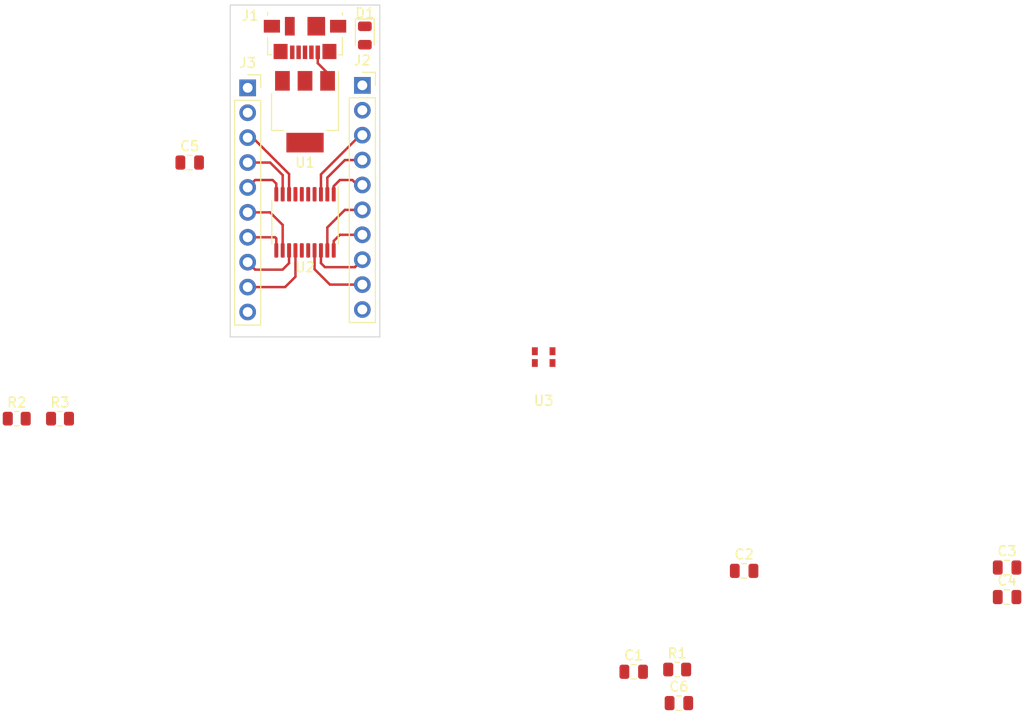
<source format=kicad_pcb>
(kicad_pcb (version 20171130) (host pcbnew 5.1.9-73d0e3b20d~88~ubuntu20.04.1)

  (general
    (thickness 1.6)
    (drawings 6)
    (tracks 50)
    (zones 0)
    (modules 16)
    (nets 27)
  )

  (page A4)
  (layers
    (0 F.Cu signal)
    (31 B.Cu signal)
    (32 B.Adhes user)
    (33 F.Adhes user)
    (34 B.Paste user)
    (35 F.Paste user)
    (36 B.SilkS user)
    (37 F.SilkS user)
    (38 B.Mask user)
    (39 F.Mask user)
    (40 Dwgs.User user)
    (41 Cmts.User user)
    (42 Eco1.User user)
    (43 Eco2.User user)
    (44 Edge.Cuts user)
    (45 Margin user)
    (46 B.CrtYd user)
    (47 F.CrtYd user)
    (48 B.Fab user)
    (49 F.Fab user hide)
  )

  (setup
    (last_trace_width 0.25)
    (trace_clearance 0.2)
    (zone_clearance 0.508)
    (zone_45_only no)
    (trace_min 0.2)
    (via_size 0.8)
    (via_drill 0.4)
    (via_min_size 0.4)
    (via_min_drill 0.3)
    (uvia_size 0.3)
    (uvia_drill 0.1)
    (uvias_allowed no)
    (uvia_min_size 0.2)
    (uvia_min_drill 0.1)
    (edge_width 0.1)
    (segment_width 0.2)
    (pcb_text_width 0.3)
    (pcb_text_size 1.5 1.5)
    (mod_edge_width 0.12)
    (mod_text_size 1 1)
    (mod_text_width 0.15)
    (pad_size 1.524 1.524)
    (pad_drill 0.762)
    (pad_to_mask_clearance 0)
    (aux_axis_origin 0 0)
    (visible_elements FFFFFF7F)
    (pcbplotparams
      (layerselection 0x010fc_ffffffff)
      (usegerberextensions false)
      (usegerberattributes true)
      (usegerberadvancedattributes true)
      (creategerberjobfile true)
      (excludeedgelayer true)
      (linewidth 0.100000)
      (plotframeref false)
      (viasonmask false)
      (mode 1)
      (useauxorigin false)
      (hpglpennumber 1)
      (hpglpenspeed 20)
      (hpglpendiameter 15.000000)
      (psnegative false)
      (psa4output false)
      (plotreference true)
      (plotvalue true)
      (plotinvisibletext false)
      (padsonsilk false)
      (subtractmaskfromsilk false)
      (outputformat 1)
      (mirror false)
      (drillshape 1)
      (scaleselection 1)
      (outputdirectory ""))
  )

  (net 0 "")
  (net 1 GND)
  (net 2 +3V3)
  (net 3 "Net-(D1-Pad2)")
  (net 4 "Net-(J1-Pad2)")
  (net 5 "Net-(J1-Pad3)")
  (net 6 "Net-(J1-Pad4)")
  (net 7 /PB9-BOOT0)
  (net 8 /PB1)
  (net 9 /PC15-OSC32_OUT)
  (net 10 /PC14-OSC32IN)
  (net 11 /PA14)
  (net 12 /PA13)
  (net 13 /NRST)
  (net 14 /PA0-CK_IN)
  (net 15 /PA1)
  (net 16 /PA2)
  (net 17 /PA3)
  (net 18 /PA4)
  (net 19 /PA5)
  (net 20 /PA6)
  (net 21 /PA7)
  (net 22 /PA9)
  (net 23 /PA10)
  (net 24 "Net-(J2-Pad1)")
  (net 25 "Net-(R2-Pad2)")
  (net 26 "Net-(C1-Pad2)")

  (net_class Default "This is the default net class."
    (clearance 0.2)
    (trace_width 0.25)
    (via_dia 0.8)
    (via_drill 0.4)
    (uvia_dia 0.3)
    (uvia_drill 0.1)
    (add_net +3V3)
    (add_net /NRST)
    (add_net /PA0-CK_IN)
    (add_net /PA1)
    (add_net /PA10)
    (add_net /PA13)
    (add_net /PA14)
    (add_net /PA2)
    (add_net /PA3)
    (add_net /PA4)
    (add_net /PA5)
    (add_net /PA6)
    (add_net /PA7)
    (add_net /PA9)
    (add_net /PB1)
    (add_net /PB9-BOOT0)
    (add_net /PC14-OSC32IN)
    (add_net /PC15-OSC32_OUT)
    (add_net GND)
    (add_net "Net-(C1-Pad2)")
    (add_net "Net-(D1-Pad2)")
    (add_net "Net-(J1-Pad2)")
    (add_net "Net-(J1-Pad3)")
    (add_net "Net-(J1-Pad4)")
    (add_net "Net-(J2-Pad1)")
    (add_net "Net-(R2-Pad2)")
  )

  (module Capacitor_SMD:C_0805_2012Metric (layer F.Cu) (tedit 5F68FEEE) (tstamp 60B33A43)
    (at 165.573001 125.587001)
    (descr "Capacitor SMD 0805 (2012 Metric), square (rectangular) end terminal, IPC_7351 nominal, (Body size source: IPC-SM-782 page 76, https://www.pcb-3d.com/wordpress/wp-content/uploads/ipc-sm-782a_amendment_1_and_2.pdf, https://docs.google.com/spreadsheets/d/1BsfQQcO9C6DZCsRaXUlFlo91Tg2WpOkGARC1WS5S8t0/edit?usp=sharing), generated with kicad-footprint-generator")
    (tags capacitor)
    (path /60868E65)
    (attr smd)
    (fp_text reference C1 (at 0 -1.68) (layer F.SilkS)
      (effects (font (size 1 1) (thickness 0.15)))
    )
    (fp_text value 4.7u (at 0 1.68) (layer F.Fab)
      (effects (font (size 1 1) (thickness 0.15)))
    )
    (fp_line (start -1 0.625) (end -1 -0.625) (layer F.Fab) (width 0.1))
    (fp_line (start -1 -0.625) (end 1 -0.625) (layer F.Fab) (width 0.1))
    (fp_line (start 1 -0.625) (end 1 0.625) (layer F.Fab) (width 0.1))
    (fp_line (start 1 0.625) (end -1 0.625) (layer F.Fab) (width 0.1))
    (fp_line (start -0.261252 -0.735) (end 0.261252 -0.735) (layer F.SilkS) (width 0.12))
    (fp_line (start -0.261252 0.735) (end 0.261252 0.735) (layer F.SilkS) (width 0.12))
    (fp_line (start -1.7 0.98) (end -1.7 -0.98) (layer F.CrtYd) (width 0.05))
    (fp_line (start -1.7 -0.98) (end 1.7 -0.98) (layer F.CrtYd) (width 0.05))
    (fp_line (start 1.7 -0.98) (end 1.7 0.98) (layer F.CrtYd) (width 0.05))
    (fp_line (start 1.7 0.98) (end -1.7 0.98) (layer F.CrtYd) (width 0.05))
    (fp_text user %R (at 0 0) (layer F.Fab)
      (effects (font (size 0.5 0.5) (thickness 0.08)))
    )
    (pad 1 smd roundrect (at -0.95 0) (size 1 1.45) (layers F.Cu F.Paste F.Mask) (roundrect_rratio 0.25)
      (net 1 GND))
    (pad 2 smd roundrect (at 0.95 0) (size 1 1.45) (layers F.Cu F.Paste F.Mask) (roundrect_rratio 0.25)
      (net 26 "Net-(C1-Pad2)"))
    (model ${KISYS3DMOD}/Capacitor_SMD.3dshapes/C_0805_2012Metric.wrl
      (at (xyz 0 0 0))
      (scale (xyz 1 1 1))
      (rotate (xyz 0 0 0))
    )
  )

  (module Capacitor_SMD:C_0805_2012Metric (layer F.Cu) (tedit 5F68FEEE) (tstamp 60B33A54)
    (at 176.823001 115.297001)
    (descr "Capacitor SMD 0805 (2012 Metric), square (rectangular) end terminal, IPC_7351 nominal, (Body size source: IPC-SM-782 page 76, https://www.pcb-3d.com/wordpress/wp-content/uploads/ipc-sm-782a_amendment_1_and_2.pdf, https://docs.google.com/spreadsheets/d/1BsfQQcO9C6DZCsRaXUlFlo91Tg2WpOkGARC1WS5S8t0/edit?usp=sharing), generated with kicad-footprint-generator")
    (tags capacitor)
    (path /608699C3)
    (attr smd)
    (fp_text reference C2 (at 0 -1.68) (layer F.SilkS)
      (effects (font (size 1 1) (thickness 0.15)))
    )
    (fp_text value 4.7u (at 0 1.68) (layer F.Fab)
      (effects (font (size 1 1) (thickness 0.15)))
    )
    (fp_line (start 1.7 0.98) (end -1.7 0.98) (layer F.CrtYd) (width 0.05))
    (fp_line (start 1.7 -0.98) (end 1.7 0.98) (layer F.CrtYd) (width 0.05))
    (fp_line (start -1.7 -0.98) (end 1.7 -0.98) (layer F.CrtYd) (width 0.05))
    (fp_line (start -1.7 0.98) (end -1.7 -0.98) (layer F.CrtYd) (width 0.05))
    (fp_line (start -0.261252 0.735) (end 0.261252 0.735) (layer F.SilkS) (width 0.12))
    (fp_line (start -0.261252 -0.735) (end 0.261252 -0.735) (layer F.SilkS) (width 0.12))
    (fp_line (start 1 0.625) (end -1 0.625) (layer F.Fab) (width 0.1))
    (fp_line (start 1 -0.625) (end 1 0.625) (layer F.Fab) (width 0.1))
    (fp_line (start -1 -0.625) (end 1 -0.625) (layer F.Fab) (width 0.1))
    (fp_line (start -1 0.625) (end -1 -0.625) (layer F.Fab) (width 0.1))
    (fp_text user %R (at 0 0) (layer F.Fab)
      (effects (font (size 0.5 0.5) (thickness 0.08)))
    )
    (pad 2 smd roundrect (at 0.95 0) (size 1 1.45) (layers F.Cu F.Paste F.Mask) (roundrect_rratio 0.25)
      (net 2 +3V3))
    (pad 1 smd roundrect (at -0.95 0) (size 1 1.45) (layers F.Cu F.Paste F.Mask) (roundrect_rratio 0.25)
      (net 1 GND))
    (model ${KISYS3DMOD}/Capacitor_SMD.3dshapes/C_0805_2012Metric.wrl
      (at (xyz 0 0 0))
      (scale (xyz 1 1 1))
      (rotate (xyz 0 0 0))
    )
  )

  (module Capacitor_SMD:C_0805_2012Metric (layer F.Cu) (tedit 5F68FEEE) (tstamp 60B33A65)
    (at 203.619001 114.957001)
    (descr "Capacitor SMD 0805 (2012 Metric), square (rectangular) end terminal, IPC_7351 nominal, (Body size source: IPC-SM-782 page 76, https://www.pcb-3d.com/wordpress/wp-content/uploads/ipc-sm-782a_amendment_1_and_2.pdf, https://docs.google.com/spreadsheets/d/1BsfQQcO9C6DZCsRaXUlFlo91Tg2WpOkGARC1WS5S8t0/edit?usp=sharing), generated with kicad-footprint-generator")
    (tags capacitor)
    (path /607E9DE9)
    (attr smd)
    (fp_text reference C3 (at 0 -1.68) (layer F.SilkS)
      (effects (font (size 1 1) (thickness 0.15)))
    )
    (fp_text value 100nF (at 0 1.68) (layer F.Fab)
      (effects (font (size 1 1) (thickness 0.15)))
    )
    (fp_line (start 1.7 0.98) (end -1.7 0.98) (layer F.CrtYd) (width 0.05))
    (fp_line (start 1.7 -0.98) (end 1.7 0.98) (layer F.CrtYd) (width 0.05))
    (fp_line (start -1.7 -0.98) (end 1.7 -0.98) (layer F.CrtYd) (width 0.05))
    (fp_line (start -1.7 0.98) (end -1.7 -0.98) (layer F.CrtYd) (width 0.05))
    (fp_line (start -0.261252 0.735) (end 0.261252 0.735) (layer F.SilkS) (width 0.12))
    (fp_line (start -0.261252 -0.735) (end 0.261252 -0.735) (layer F.SilkS) (width 0.12))
    (fp_line (start 1 0.625) (end -1 0.625) (layer F.Fab) (width 0.1))
    (fp_line (start 1 -0.625) (end 1 0.625) (layer F.Fab) (width 0.1))
    (fp_line (start -1 -0.625) (end 1 -0.625) (layer F.Fab) (width 0.1))
    (fp_line (start -1 0.625) (end -1 -0.625) (layer F.Fab) (width 0.1))
    (fp_text user %R (at 0 0) (layer F.Fab)
      (effects (font (size 0.5 0.5) (thickness 0.08)))
    )
    (pad 2 smd roundrect (at 0.95 0) (size 1 1.45) (layers F.Cu F.Paste F.Mask) (roundrect_rratio 0.25)
      (net 2 +3V3))
    (pad 1 smd roundrect (at -0.95 0) (size 1 1.45) (layers F.Cu F.Paste F.Mask) (roundrect_rratio 0.25)
      (net 1 GND))
    (model ${KISYS3DMOD}/Capacitor_SMD.3dshapes/C_0805_2012Metric.wrl
      (at (xyz 0 0 0))
      (scale (xyz 1 1 1))
      (rotate (xyz 0 0 0))
    )
  )

  (module Capacitor_SMD:C_0805_2012Metric (layer F.Cu) (tedit 5F68FEEE) (tstamp 60B33A76)
    (at 203.619001 117.967001)
    (descr "Capacitor SMD 0805 (2012 Metric), square (rectangular) end terminal, IPC_7351 nominal, (Body size source: IPC-SM-782 page 76, https://www.pcb-3d.com/wordpress/wp-content/uploads/ipc-sm-782a_amendment_1_and_2.pdf, https://docs.google.com/spreadsheets/d/1BsfQQcO9C6DZCsRaXUlFlo91Tg2WpOkGARC1WS5S8t0/edit?usp=sharing), generated with kicad-footprint-generator")
    (tags capacitor)
    (path /607EC639)
    (attr smd)
    (fp_text reference C4 (at 0 -1.68) (layer F.SilkS)
      (effects (font (size 1 1) (thickness 0.15)))
    )
    (fp_text value 10uF (at 0 1.68) (layer F.Fab)
      (effects (font (size 1 1) (thickness 0.15)))
    )
    (fp_line (start 1.7 0.98) (end -1.7 0.98) (layer F.CrtYd) (width 0.05))
    (fp_line (start 1.7 -0.98) (end 1.7 0.98) (layer F.CrtYd) (width 0.05))
    (fp_line (start -1.7 -0.98) (end 1.7 -0.98) (layer F.CrtYd) (width 0.05))
    (fp_line (start -1.7 0.98) (end -1.7 -0.98) (layer F.CrtYd) (width 0.05))
    (fp_line (start -0.261252 0.735) (end 0.261252 0.735) (layer F.SilkS) (width 0.12))
    (fp_line (start -0.261252 -0.735) (end 0.261252 -0.735) (layer F.SilkS) (width 0.12))
    (fp_line (start 1 0.625) (end -1 0.625) (layer F.Fab) (width 0.1))
    (fp_line (start 1 -0.625) (end 1 0.625) (layer F.Fab) (width 0.1))
    (fp_line (start -1 -0.625) (end 1 -0.625) (layer F.Fab) (width 0.1))
    (fp_line (start -1 0.625) (end -1 -0.625) (layer F.Fab) (width 0.1))
    (fp_text user %R (at 0 0) (layer F.Fab)
      (effects (font (size 0.5 0.5) (thickness 0.08)))
    )
    (pad 2 smd roundrect (at 0.95 0) (size 1 1.45) (layers F.Cu F.Paste F.Mask) (roundrect_rratio 0.25)
      (net 2 +3V3))
    (pad 1 smd roundrect (at -0.95 0) (size 1 1.45) (layers F.Cu F.Paste F.Mask) (roundrect_rratio 0.25)
      (net 1 GND))
    (model ${KISYS3DMOD}/Capacitor_SMD.3dshapes/C_0805_2012Metric.wrl
      (at (xyz 0 0 0))
      (scale (xyz 1 1 1))
      (rotate (xyz 0 0 0))
    )
  )

  (module Capacitor_SMD:C_0805_2012Metric (layer F.Cu) (tedit 5F68FEEE) (tstamp 60B33A87)
    (at 120.33 73.66)
    (descr "Capacitor SMD 0805 (2012 Metric), square (rectangular) end terminal, IPC_7351 nominal, (Body size source: IPC-SM-782 page 76, https://www.pcb-3d.com/wordpress/wp-content/uploads/ipc-sm-782a_amendment_1_and_2.pdf, https://docs.google.com/spreadsheets/d/1BsfQQcO9C6DZCsRaXUlFlo91Tg2WpOkGARC1WS5S8t0/edit?usp=sharing), generated with kicad-footprint-generator")
    (tags capacitor)
    (path /607ECA39)
    (attr smd)
    (fp_text reference C5 (at 0 -1.68) (layer F.SilkS)
      (effects (font (size 1 1) (thickness 0.15)))
    )
    (fp_text value 100nF (at 0 1.68) (layer F.Fab)
      (effects (font (size 1 1) (thickness 0.15)))
    )
    (fp_line (start 1.7 0.98) (end -1.7 0.98) (layer F.CrtYd) (width 0.05))
    (fp_line (start 1.7 -0.98) (end 1.7 0.98) (layer F.CrtYd) (width 0.05))
    (fp_line (start -1.7 -0.98) (end 1.7 -0.98) (layer F.CrtYd) (width 0.05))
    (fp_line (start -1.7 0.98) (end -1.7 -0.98) (layer F.CrtYd) (width 0.05))
    (fp_line (start -0.261252 0.735) (end 0.261252 0.735) (layer F.SilkS) (width 0.12))
    (fp_line (start -0.261252 -0.735) (end 0.261252 -0.735) (layer F.SilkS) (width 0.12))
    (fp_line (start 1 0.625) (end -1 0.625) (layer F.Fab) (width 0.1))
    (fp_line (start 1 -0.625) (end 1 0.625) (layer F.Fab) (width 0.1))
    (fp_line (start -1 -0.625) (end 1 -0.625) (layer F.Fab) (width 0.1))
    (fp_line (start -1 0.625) (end -1 -0.625) (layer F.Fab) (width 0.1))
    (fp_text user %R (at 0 0) (layer F.Fab)
      (effects (font (size 0.5 0.5) (thickness 0.08)))
    )
    (pad 2 smd roundrect (at 0.95 0) (size 1 1.45) (layers F.Cu F.Paste F.Mask) (roundrect_rratio 0.25)
      (net 2 +3V3))
    (pad 1 smd roundrect (at -0.95 0) (size 1 1.45) (layers F.Cu F.Paste F.Mask) (roundrect_rratio 0.25)
      (net 1 GND))
    (model ${KISYS3DMOD}/Capacitor_SMD.3dshapes/C_0805_2012Metric.wrl
      (at (xyz 0 0 0))
      (scale (xyz 1 1 1))
      (rotate (xyz 0 0 0))
    )
  )

  (module Capacitor_SMD:C_0805_2012Metric (layer F.Cu) (tedit 5F68FEEE) (tstamp 60B33A98)
    (at 170.18 128.778)
    (descr "Capacitor SMD 0805 (2012 Metric), square (rectangular) end terminal, IPC_7351 nominal, (Body size source: IPC-SM-782 page 76, https://www.pcb-3d.com/wordpress/wp-content/uploads/ipc-sm-782a_amendment_1_and_2.pdf, https://docs.google.com/spreadsheets/d/1BsfQQcO9C6DZCsRaXUlFlo91Tg2WpOkGARC1WS5S8t0/edit?usp=sharing), generated with kicad-footprint-generator")
    (tags capacitor)
    (path /607ECE2C)
    (attr smd)
    (fp_text reference C6 (at 0 -1.68) (layer F.SilkS)
      (effects (font (size 1 1) (thickness 0.15)))
    )
    (fp_text value 1uF (at 0 1.68) (layer F.Fab)
      (effects (font (size 1 1) (thickness 0.15)))
    )
    (fp_line (start -1 0.625) (end -1 -0.625) (layer F.Fab) (width 0.1))
    (fp_line (start -1 -0.625) (end 1 -0.625) (layer F.Fab) (width 0.1))
    (fp_line (start 1 -0.625) (end 1 0.625) (layer F.Fab) (width 0.1))
    (fp_line (start 1 0.625) (end -1 0.625) (layer F.Fab) (width 0.1))
    (fp_line (start -0.261252 -0.735) (end 0.261252 -0.735) (layer F.SilkS) (width 0.12))
    (fp_line (start -0.261252 0.735) (end 0.261252 0.735) (layer F.SilkS) (width 0.12))
    (fp_line (start -1.7 0.98) (end -1.7 -0.98) (layer F.CrtYd) (width 0.05))
    (fp_line (start -1.7 -0.98) (end 1.7 -0.98) (layer F.CrtYd) (width 0.05))
    (fp_line (start 1.7 -0.98) (end 1.7 0.98) (layer F.CrtYd) (width 0.05))
    (fp_line (start 1.7 0.98) (end -1.7 0.98) (layer F.CrtYd) (width 0.05))
    (fp_text user %R (at 0 0) (layer F.Fab)
      (effects (font (size 0.5 0.5) (thickness 0.08)))
    )
    (pad 1 smd roundrect (at -0.95 0) (size 1 1.45) (layers F.Cu F.Paste F.Mask) (roundrect_rratio 0.25)
      (net 1 GND))
    (pad 2 smd roundrect (at 0.95 0) (size 1 1.45) (layers F.Cu F.Paste F.Mask) (roundrect_rratio 0.25)
      (net 2 +3V3))
    (model ${KISYS3DMOD}/Capacitor_SMD.3dshapes/C_0805_2012Metric.wrl
      (at (xyz 0 0 0))
      (scale (xyz 1 1 1))
      (rotate (xyz 0 0 0))
    )
  )

  (module LED_SMD:LED_0805_2012Metric (layer F.Cu) (tedit 5F68FEF1) (tstamp 60B33AAB)
    (at 138.176 60.706 270)
    (descr "LED SMD 0805 (2012 Metric), square (rectangular) end terminal, IPC_7351 nominal, (Body size source: https://docs.google.com/spreadsheets/d/1BsfQQcO9C6DZCsRaXUlFlo91Tg2WpOkGARC1WS5S8t0/edit?usp=sharing), generated with kicad-footprint-generator")
    (tags LED)
    (path /60938A45)
    (attr smd)
    (fp_text reference D1 (at -2.286 0) (layer F.SilkS)
      (effects (font (size 1 1) (thickness 0.15)))
    )
    (fp_text value LED (at 0 1.65 90) (layer F.Fab)
      (effects (font (size 1 1) (thickness 0.15)))
    )
    (fp_line (start 1 -0.6) (end -0.7 -0.6) (layer F.Fab) (width 0.1))
    (fp_line (start -0.7 -0.6) (end -1 -0.3) (layer F.Fab) (width 0.1))
    (fp_line (start -1 -0.3) (end -1 0.6) (layer F.Fab) (width 0.1))
    (fp_line (start -1 0.6) (end 1 0.6) (layer F.Fab) (width 0.1))
    (fp_line (start 1 0.6) (end 1 -0.6) (layer F.Fab) (width 0.1))
    (fp_line (start 1 -0.96) (end -1.685 -0.96) (layer F.SilkS) (width 0.12))
    (fp_line (start -1.685 -0.96) (end -1.685 0.96) (layer F.SilkS) (width 0.12))
    (fp_line (start -1.685 0.96) (end 1 0.96) (layer F.SilkS) (width 0.12))
    (fp_line (start -1.68 0.95) (end -1.68 -0.95) (layer F.CrtYd) (width 0.05))
    (fp_line (start -1.68 -0.95) (end 1.68 -0.95) (layer F.CrtYd) (width 0.05))
    (fp_line (start 1.68 -0.95) (end 1.68 0.95) (layer F.CrtYd) (width 0.05))
    (fp_line (start 1.68 0.95) (end -1.68 0.95) (layer F.CrtYd) (width 0.05))
    (fp_text user %R (at 0 0 90) (layer F.Fab)
      (effects (font (size 0.5 0.5) (thickness 0.08)))
    )
    (pad 1 smd roundrect (at -0.9375 0 270) (size 0.975 1.4) (layers F.Cu F.Paste F.Mask) (roundrect_rratio 0.25)
      (net 1 GND))
    (pad 2 smd roundrect (at 0.9375 0 270) (size 0.975 1.4) (layers F.Cu F.Paste F.Mask) (roundrect_rratio 0.25)
      (net 3 "Net-(D1-Pad2)"))
    (model ${KISYS3DMOD}/LED_SMD.3dshapes/LED_0805_2012Metric.wrl
      (at (xyz 0 0 0))
      (scale (xyz 1 1 1))
      (rotate (xyz 0 0 0))
    )
  )

  (module Connector_USB:USB_Micro-B_Molex_47346-0001 (layer F.Cu) (tedit 5D8620A7) (tstamp 60B33ACB)
    (at 132.08 60.96 180)
    (descr "Micro USB B receptable with flange, bottom-mount, SMD, right-angle (http://www.molex.com/pdm_docs/sd/473460001_sd.pdf)")
    (tags "Micro B USB SMD")
    (path /60814F1F)
    (attr smd)
    (fp_text reference J1 (at 5.588 2.286 180) (layer F.SilkS)
      (effects (font (size 1 1) (thickness 0.15)))
    )
    (fp_text value USB_B_Micro (at 0 4.6 180) (layer F.Fab)
      (effects (font (size 1 1) (thickness 0.15)))
    )
    (fp_line (start 3.81 -1.71) (end 3.43 -1.71) (layer F.SilkS) (width 0.12))
    (fp_line (start 4.7 3.85) (end -4.7 3.85) (layer F.CrtYd) (width 0.05))
    (fp_line (start 4.7 -2.65) (end 4.7 3.85) (layer F.CrtYd) (width 0.05))
    (fp_line (start -4.7 -2.65) (end 4.7 -2.65) (layer F.CrtYd) (width 0.05))
    (fp_line (start -4.7 3.85) (end -4.7 -2.65) (layer F.CrtYd) (width 0.05))
    (fp_line (start 3.75 3.35) (end -3.75 3.35) (layer F.Fab) (width 0.1))
    (fp_line (start 3.75 -1.65) (end 3.75 3.35) (layer F.Fab) (width 0.1))
    (fp_line (start -3.75 -1.65) (end 3.75 -1.65) (layer F.Fab) (width 0.1))
    (fp_line (start -3.75 3.35) (end -3.75 -1.65) (layer F.Fab) (width 0.1))
    (fp_line (start 3.81 2.34) (end 3.81 2.6) (layer F.SilkS) (width 0.12))
    (fp_line (start 3.81 -1.71) (end 3.81 0.06) (layer F.SilkS) (width 0.12))
    (fp_line (start -3.81 -1.71) (end -3.43 -1.71) (layer F.SilkS) (width 0.12))
    (fp_line (start -3.81 0.06) (end -3.81 -1.71) (layer F.SilkS) (width 0.12))
    (fp_line (start -3.81 2.6) (end -3.81 2.34) (layer F.SilkS) (width 0.12))
    (fp_line (start -3.25 2.65) (end 3.25 2.65) (layer F.Fab) (width 0.1))
    (fp_text user "PCB Edge" (at 0 2.67 180) (layer Dwgs.User)
      (effects (font (size 0.4 0.4) (thickness 0.04)))
    )
    (fp_text user %R (at 0 1.2) (layer F.Fab)
      (effects (font (size 1 1) (thickness 0.15)))
    )
    (pad 1 smd rect (at -1.3 -1.46 180) (size 0.45 1.38) (layers F.Cu F.Paste F.Mask)
      (net 26 "Net-(C1-Pad2)"))
    (pad 2 smd rect (at -0.65 -1.46 180) (size 0.45 1.38) (layers F.Cu F.Paste F.Mask)
      (net 4 "Net-(J1-Pad2)"))
    (pad 3 smd rect (at 0 -1.46 180) (size 0.45 1.38) (layers F.Cu F.Paste F.Mask)
      (net 5 "Net-(J1-Pad3)"))
    (pad 4 smd rect (at 0.65 -1.46 180) (size 0.45 1.38) (layers F.Cu F.Paste F.Mask)
      (net 6 "Net-(J1-Pad4)"))
    (pad 5 smd rect (at 1.3 -1.46 180) (size 0.45 1.38) (layers F.Cu F.Paste F.Mask)
      (net 1 GND))
    (pad 6 smd rect (at -2.4875 -1.375 180) (size 1.425 1.55) (layers F.Cu F.Paste F.Mask)
      (net 1 GND))
    (pad 6 smd rect (at 2.4875 -1.375 180) (size 1.425 1.55) (layers F.Cu F.Paste F.Mask)
      (net 1 GND))
    (pad 6 smd rect (at -3.375 1.2 180) (size 1.65 1.3) (layers F.Cu F.Paste F.Mask)
      (net 1 GND))
    (pad 6 smd rect (at 3.375 1.2 180) (size 1.65 1.3) (layers F.Cu F.Paste F.Mask)
      (net 1 GND))
    (pad 6 smd rect (at -1.15 1.2 180) (size 1.8 1.9) (layers F.Cu F.Paste F.Mask)
      (net 1 GND))
    (pad 6 smd rect (at 1.55 1.2 180) (size 1 1.9) (layers F.Cu F.Paste F.Mask)
      (net 1 GND))
    (model ${KISYS3DMOD}/Connector_USB.3dshapes/USB_Micro-B_Molex_47346-0001.wrl
      (at (xyz 0 0 0))
      (scale (xyz 1 1 1))
      (rotate (xyz 0 0 0))
    )
  )

  (module Connector_PinSocket_2.54mm:PinSocket_1x10_P2.54mm_Vertical (layer F.Cu) (tedit 5A19A425) (tstamp 60B33AE9)
    (at 137.922 65.786)
    (descr "Through hole straight socket strip, 1x10, 2.54mm pitch, single row (from Kicad 4.0.7), script generated")
    (tags "Through hole socket strip THT 1x10 2.54mm single row")
    (path /60898F4F)
    (fp_text reference J2 (at 0 -2.54) (layer F.SilkS)
      (effects (font (size 1 1) (thickness 0.15)))
    )
    (fp_text value Conn_01x10_Male (at 0 25.63) (layer F.Fab)
      (effects (font (size 1 1) (thickness 0.15)))
    )
    (fp_line (start -1.8 24.6) (end -1.8 -1.8) (layer F.CrtYd) (width 0.05))
    (fp_line (start 1.75 24.6) (end -1.8 24.6) (layer F.CrtYd) (width 0.05))
    (fp_line (start 1.75 -1.8) (end 1.75 24.6) (layer F.CrtYd) (width 0.05))
    (fp_line (start -1.8 -1.8) (end 1.75 -1.8) (layer F.CrtYd) (width 0.05))
    (fp_line (start 0 -1.33) (end 1.33 -1.33) (layer F.SilkS) (width 0.12))
    (fp_line (start 1.33 -1.33) (end 1.33 0) (layer F.SilkS) (width 0.12))
    (fp_line (start 1.33 1.27) (end 1.33 24.19) (layer F.SilkS) (width 0.12))
    (fp_line (start -1.33 24.19) (end 1.33 24.19) (layer F.SilkS) (width 0.12))
    (fp_line (start -1.33 1.27) (end -1.33 24.19) (layer F.SilkS) (width 0.12))
    (fp_line (start -1.33 1.27) (end 1.33 1.27) (layer F.SilkS) (width 0.12))
    (fp_line (start -1.27 24.13) (end -1.27 -1.27) (layer F.Fab) (width 0.1))
    (fp_line (start 1.27 24.13) (end -1.27 24.13) (layer F.Fab) (width 0.1))
    (fp_line (start 1.27 -0.635) (end 1.27 24.13) (layer F.Fab) (width 0.1))
    (fp_line (start 0.635 -1.27) (end 1.27 -0.635) (layer F.Fab) (width 0.1))
    (fp_line (start -1.27 -1.27) (end 0.635 -1.27) (layer F.Fab) (width 0.1))
    (fp_text user %R (at 0 11.43 90) (layer F.Fab)
      (effects (font (size 1 1) (thickness 0.15)))
    )
    (pad 10 thru_hole oval (at 0 22.86) (size 1.7 1.7) (drill 1) (layers *.Cu *.Mask)
      (net 2 +3V3))
    (pad 9 thru_hole oval (at 0 20.32) (size 1.7 1.7) (drill 1) (layers *.Cu *.Mask)
      (net 22 /PA9))
    (pad 8 thru_hole oval (at 0 17.78) (size 1.7 1.7) (drill 1) (layers *.Cu *.Mask)
      (net 23 /PA10))
    (pad 7 thru_hole oval (at 0 15.24) (size 1.7 1.7) (drill 1) (layers *.Cu *.Mask)
      (net 11 /PA14))
    (pad 6 thru_hole oval (at 0 12.7) (size 1.7 1.7) (drill 1) (layers *.Cu *.Mask)
      (net 12 /PA13))
    (pad 5 thru_hole oval (at 0 10.16) (size 1.7 1.7) (drill 1) (layers *.Cu *.Mask)
      (net 7 /PB9-BOOT0))
    (pad 4 thru_hole oval (at 0 7.62) (size 1.7 1.7) (drill 1) (layers *.Cu *.Mask)
      (net 10 /PC14-OSC32IN))
    (pad 3 thru_hole oval (at 0 5.08) (size 1.7 1.7) (drill 1) (layers *.Cu *.Mask)
      (net 9 /PC15-OSC32_OUT))
    (pad 2 thru_hole oval (at 0 2.54) (size 1.7 1.7) (drill 1) (layers *.Cu *.Mask)
      (net 13 /NRST))
    (pad 1 thru_hole rect (at 0 0) (size 1.7 1.7) (drill 1) (layers *.Cu *.Mask)
      (net 24 "Net-(J2-Pad1)"))
    (model ${KISYS3DMOD}/Connector_PinSocket_2.54mm.3dshapes/PinSocket_1x10_P2.54mm_Vertical.wrl
      (at (xyz 0 0 0))
      (scale (xyz 1 1 1))
      (rotate (xyz 0 0 0))
    )
  )

  (module Connector_PinSocket_2.54mm:PinSocket_1x10_P2.54mm_Vertical (layer F.Cu) (tedit 5A19A425) (tstamp 60B33B07)
    (at 126.238 66.04)
    (descr "Through hole straight socket strip, 1x10, 2.54mm pitch, single row (from Kicad 4.0.7), script generated")
    (tags "Through hole socket strip THT 1x10 2.54mm single row")
    (path /60894859)
    (fp_text reference J3 (at 0 -2.54) (layer F.SilkS)
      (effects (font (size 1 1) (thickness 0.15)))
    )
    (fp_text value Conn_01x10_Male (at 0 25.63) (layer F.Fab)
      (effects (font (size 1 1) (thickness 0.15)))
    )
    (fp_line (start -1.27 -1.27) (end 0.635 -1.27) (layer F.Fab) (width 0.1))
    (fp_line (start 0.635 -1.27) (end 1.27 -0.635) (layer F.Fab) (width 0.1))
    (fp_line (start 1.27 -0.635) (end 1.27 24.13) (layer F.Fab) (width 0.1))
    (fp_line (start 1.27 24.13) (end -1.27 24.13) (layer F.Fab) (width 0.1))
    (fp_line (start -1.27 24.13) (end -1.27 -1.27) (layer F.Fab) (width 0.1))
    (fp_line (start -1.33 1.27) (end 1.33 1.27) (layer F.SilkS) (width 0.12))
    (fp_line (start -1.33 1.27) (end -1.33 24.19) (layer F.SilkS) (width 0.12))
    (fp_line (start -1.33 24.19) (end 1.33 24.19) (layer F.SilkS) (width 0.12))
    (fp_line (start 1.33 1.27) (end 1.33 24.19) (layer F.SilkS) (width 0.12))
    (fp_line (start 1.33 -1.33) (end 1.33 0) (layer F.SilkS) (width 0.12))
    (fp_line (start 0 -1.33) (end 1.33 -1.33) (layer F.SilkS) (width 0.12))
    (fp_line (start -1.8 -1.8) (end 1.75 -1.8) (layer F.CrtYd) (width 0.05))
    (fp_line (start 1.75 -1.8) (end 1.75 24.6) (layer F.CrtYd) (width 0.05))
    (fp_line (start 1.75 24.6) (end -1.8 24.6) (layer F.CrtYd) (width 0.05))
    (fp_line (start -1.8 24.6) (end -1.8 -1.8) (layer F.CrtYd) (width 0.05))
    (fp_text user %R (at 0 11.43 90) (layer F.Fab)
      (effects (font (size 1 1) (thickness 0.15)))
    )
    (pad 1 thru_hole rect (at 0 0) (size 1.7 1.7) (drill 1) (layers *.Cu *.Mask)
      (net 14 /PA0-CK_IN))
    (pad 2 thru_hole oval (at 0 2.54) (size 1.7 1.7) (drill 1) (layers *.Cu *.Mask)
      (net 15 /PA1))
    (pad 3 thru_hole oval (at 0 5.08) (size 1.7 1.7) (drill 1) (layers *.Cu *.Mask)
      (net 16 /PA2))
    (pad 4 thru_hole oval (at 0 7.62) (size 1.7 1.7) (drill 1) (layers *.Cu *.Mask)
      (net 17 /PA3))
    (pad 5 thru_hole oval (at 0 10.16) (size 1.7 1.7) (drill 1) (layers *.Cu *.Mask)
      (net 18 /PA4))
    (pad 6 thru_hole oval (at 0 12.7) (size 1.7 1.7) (drill 1) (layers *.Cu *.Mask)
      (net 20 /PA6))
    (pad 7 thru_hole oval (at 0 15.24) (size 1.7 1.7) (drill 1) (layers *.Cu *.Mask)
      (net 19 /PA5))
    (pad 8 thru_hole oval (at 0 17.78) (size 1.7 1.7) (drill 1) (layers *.Cu *.Mask)
      (net 21 /PA7))
    (pad 9 thru_hole oval (at 0 20.32) (size 1.7 1.7) (drill 1) (layers *.Cu *.Mask)
      (net 8 /PB1))
    (pad 10 thru_hole oval (at 0 22.86) (size 1.7 1.7) (drill 1) (layers *.Cu *.Mask)
      (net 1 GND))
    (model ${KISYS3DMOD}/Connector_PinSocket_2.54mm.3dshapes/PinSocket_1x10_P2.54mm_Vertical.wrl
      (at (xyz 0 0 0))
      (scale (xyz 1 1 1))
      (rotate (xyz 0 0 0))
    )
  )

  (module Resistor_SMD:R_0805_2012Metric (layer F.Cu) (tedit 5F68FEEE) (tstamp 60B33B5B)
    (at 170.003001 125.357001)
    (descr "Resistor SMD 0805 (2012 Metric), square (rectangular) end terminal, IPC_7351 nominal, (Body size source: IPC-SM-782 page 72, https://www.pcb-3d.com/wordpress/wp-content/uploads/ipc-sm-782a_amendment_1_and_2.pdf), generated with kicad-footprint-generator")
    (tags resistor)
    (path /60937DDE)
    (attr smd)
    (fp_text reference R1 (at 0 -1.65) (layer F.SilkS)
      (effects (font (size 1 1) (thickness 0.15)))
    )
    (fp_text value 200 (at 0 1.65) (layer F.Fab)
      (effects (font (size 1 1) (thickness 0.15)))
    )
    (fp_line (start -1 0.625) (end -1 -0.625) (layer F.Fab) (width 0.1))
    (fp_line (start -1 -0.625) (end 1 -0.625) (layer F.Fab) (width 0.1))
    (fp_line (start 1 -0.625) (end 1 0.625) (layer F.Fab) (width 0.1))
    (fp_line (start 1 0.625) (end -1 0.625) (layer F.Fab) (width 0.1))
    (fp_line (start -0.227064 -0.735) (end 0.227064 -0.735) (layer F.SilkS) (width 0.12))
    (fp_line (start -0.227064 0.735) (end 0.227064 0.735) (layer F.SilkS) (width 0.12))
    (fp_line (start -1.68 0.95) (end -1.68 -0.95) (layer F.CrtYd) (width 0.05))
    (fp_line (start -1.68 -0.95) (end 1.68 -0.95) (layer F.CrtYd) (width 0.05))
    (fp_line (start 1.68 -0.95) (end 1.68 0.95) (layer F.CrtYd) (width 0.05))
    (fp_line (start 1.68 0.95) (end -1.68 0.95) (layer F.CrtYd) (width 0.05))
    (fp_text user %R (at 0 0) (layer F.Fab)
      (effects (font (size 0.5 0.5) (thickness 0.08)))
    )
    (pad 1 smd roundrect (at -0.9125 0) (size 1.025 1.4) (layers F.Cu F.Paste F.Mask) (roundrect_rratio 0.243902)
      (net 3 "Net-(D1-Pad2)"))
    (pad 2 smd roundrect (at 0.9125 0) (size 1.025 1.4) (layers F.Cu F.Paste F.Mask) (roundrect_rratio 0.243902)
      (net 26 "Net-(C1-Pad2)"))
    (model ${KISYS3DMOD}/Resistor_SMD.3dshapes/R_0805_2012Metric.wrl
      (at (xyz 0 0 0))
      (scale (xyz 1 1 1))
      (rotate (xyz 0 0 0))
    )
  )

  (module Package_TO_SOT_SMD:SOT-223-3_TabPin2 (layer F.Cu) (tedit 5A02FF57) (tstamp 60B33B71)
    (at 132.08 68.478 270)
    (descr "module CMS SOT223 4 pins")
    (tags "CMS SOT")
    (path /608118E6)
    (attr smd)
    (fp_text reference U1 (at 5.182 0) (layer F.SilkS)
      (effects (font (size 1 1) (thickness 0.15)))
    )
    (fp_text value AP7361C-33E (at 0 4.5 90) (layer F.Fab)
      (effects (font (size 1 1) (thickness 0.15)))
    )
    (fp_line (start 1.91 3.41) (end 1.91 2.15) (layer F.SilkS) (width 0.12))
    (fp_line (start 1.91 -3.41) (end 1.91 -2.15) (layer F.SilkS) (width 0.12))
    (fp_line (start 4.4 -3.6) (end -4.4 -3.6) (layer F.CrtYd) (width 0.05))
    (fp_line (start 4.4 3.6) (end 4.4 -3.6) (layer F.CrtYd) (width 0.05))
    (fp_line (start -4.4 3.6) (end 4.4 3.6) (layer F.CrtYd) (width 0.05))
    (fp_line (start -4.4 -3.6) (end -4.4 3.6) (layer F.CrtYd) (width 0.05))
    (fp_line (start -1.85 -2.35) (end -0.85 -3.35) (layer F.Fab) (width 0.1))
    (fp_line (start -1.85 -2.35) (end -1.85 3.35) (layer F.Fab) (width 0.1))
    (fp_line (start -1.85 3.41) (end 1.91 3.41) (layer F.SilkS) (width 0.12))
    (fp_line (start -0.85 -3.35) (end 1.85 -3.35) (layer F.Fab) (width 0.1))
    (fp_line (start -4.1 -3.41) (end 1.91 -3.41) (layer F.SilkS) (width 0.12))
    (fp_line (start -1.85 3.35) (end 1.85 3.35) (layer F.Fab) (width 0.1))
    (fp_line (start 1.85 -3.35) (end 1.85 3.35) (layer F.Fab) (width 0.1))
    (fp_text user %R (at 0 0) (layer F.Fab)
      (effects (font (size 0.8 0.8) (thickness 0.12)))
    )
    (pad 2 smd rect (at 3.15 0 270) (size 2 3.8) (layers F.Cu F.Paste F.Mask)
      (net 1 GND))
    (pad 2 smd rect (at -3.15 0 270) (size 2 1.5) (layers F.Cu F.Paste F.Mask)
      (net 1 GND))
    (pad 3 smd rect (at -3.15 2.3 270) (size 2 1.5) (layers F.Cu F.Paste F.Mask)
      (net 2 +3V3))
    (pad 1 smd rect (at -3.15 -2.3 270) (size 2 1.5) (layers F.Cu F.Paste F.Mask)
      (net 26 "Net-(C1-Pad2)"))
    (model ${KISYS3DMOD}/Package_TO_SOT_SMD.3dshapes/SOT-223.wrl
      (at (xyz 0 0 0))
      (scale (xyz 1 1 1))
      (rotate (xyz 0 0 0))
    )
  )

  (module Package_SO:TSSOP-20_4.4x6.5mm_P0.65mm (layer F.Cu) (tedit 5E476F32) (tstamp 60B33B97)
    (at 132.08 79.756 270)
    (descr "TSSOP, 20 Pin (JEDEC MO-153 Var AC https://www.jedec.org/document_search?search_api_views_fulltext=MO-153), generated with kicad-footprint-generator ipc_gullwing_generator.py")
    (tags "TSSOP SO")
    (path /6087A076)
    (attr smd)
    (fp_text reference U2 (at 4.572 0) (layer F.SilkS)
      (effects (font (size 1 1) (thickness 0.15)))
    )
    (fp_text value STM32L031F6Px (at 0 4.2 90) (layer F.Fab)
      (effects (font (size 1 1) (thickness 0.15)))
    )
    (fp_line (start 0 3.385) (end 2.2 3.385) (layer F.SilkS) (width 0.12))
    (fp_line (start 0 3.385) (end -2.2 3.385) (layer F.SilkS) (width 0.12))
    (fp_line (start 0 -3.385) (end 2.2 -3.385) (layer F.SilkS) (width 0.12))
    (fp_line (start 0 -3.385) (end -3.6 -3.385) (layer F.SilkS) (width 0.12))
    (fp_line (start -1.2 -3.25) (end 2.2 -3.25) (layer F.Fab) (width 0.1))
    (fp_line (start 2.2 -3.25) (end 2.2 3.25) (layer F.Fab) (width 0.1))
    (fp_line (start 2.2 3.25) (end -2.2 3.25) (layer F.Fab) (width 0.1))
    (fp_line (start -2.2 3.25) (end -2.2 -2.25) (layer F.Fab) (width 0.1))
    (fp_line (start -2.2 -2.25) (end -1.2 -3.25) (layer F.Fab) (width 0.1))
    (fp_line (start -3.85 -3.5) (end -3.85 3.5) (layer F.CrtYd) (width 0.05))
    (fp_line (start -3.85 3.5) (end 3.85 3.5) (layer F.CrtYd) (width 0.05))
    (fp_line (start 3.85 3.5) (end 3.85 -3.5) (layer F.CrtYd) (width 0.05))
    (fp_line (start 3.85 -3.5) (end -3.85 -3.5) (layer F.CrtYd) (width 0.05))
    (fp_text user %R (at 0 0 90) (layer F.Fab)
      (effects (font (size 1 1) (thickness 0.15)))
    )
    (pad 1 smd roundrect (at -2.8625 -2.925 270) (size 1.475 0.4) (layers F.Cu F.Paste F.Mask) (roundrect_rratio 0.25)
      (net 7 /PB9-BOOT0))
    (pad 2 smd roundrect (at -2.8625 -2.275 270) (size 1.475 0.4) (layers F.Cu F.Paste F.Mask) (roundrect_rratio 0.25)
      (net 10 /PC14-OSC32IN))
    (pad 3 smd roundrect (at -2.8625 -1.625 270) (size 1.475 0.4) (layers F.Cu F.Paste F.Mask) (roundrect_rratio 0.25)
      (net 9 /PC15-OSC32_OUT))
    (pad 4 smd roundrect (at -2.8625 -0.975 270) (size 1.475 0.4) (layers F.Cu F.Paste F.Mask) (roundrect_rratio 0.25)
      (net 13 /NRST))
    (pad 5 smd roundrect (at -2.8625 -0.325 270) (size 1.475 0.4) (layers F.Cu F.Paste F.Mask) (roundrect_rratio 0.25)
      (net 2 +3V3))
    (pad 6 smd roundrect (at -2.8625 0.325 270) (size 1.475 0.4) (layers F.Cu F.Paste F.Mask) (roundrect_rratio 0.25)
      (net 14 /PA0-CK_IN))
    (pad 7 smd roundrect (at -2.8625 0.975 270) (size 1.475 0.4) (layers F.Cu F.Paste F.Mask) (roundrect_rratio 0.25)
      (net 15 /PA1))
    (pad 8 smd roundrect (at -2.8625 1.625 270) (size 1.475 0.4) (layers F.Cu F.Paste F.Mask) (roundrect_rratio 0.25)
      (net 16 /PA2))
    (pad 9 smd roundrect (at -2.8625 2.275 270) (size 1.475 0.4) (layers F.Cu F.Paste F.Mask) (roundrect_rratio 0.25)
      (net 17 /PA3))
    (pad 10 smd roundrect (at -2.8625 2.925 270) (size 1.475 0.4) (layers F.Cu F.Paste F.Mask) (roundrect_rratio 0.25)
      (net 18 /PA4))
    (pad 11 smd roundrect (at 2.8625 2.925 270) (size 1.475 0.4) (layers F.Cu F.Paste F.Mask) (roundrect_rratio 0.25)
      (net 19 /PA5))
    (pad 12 smd roundrect (at 2.8625 2.275 270) (size 1.475 0.4) (layers F.Cu F.Paste F.Mask) (roundrect_rratio 0.25)
      (net 20 /PA6))
    (pad 13 smd roundrect (at 2.8625 1.625 270) (size 1.475 0.4) (layers F.Cu F.Paste F.Mask) (roundrect_rratio 0.25)
      (net 21 /PA7))
    (pad 14 smd roundrect (at 2.8625 0.975 270) (size 1.475 0.4) (layers F.Cu F.Paste F.Mask) (roundrect_rratio 0.25)
      (net 8 /PB1))
    (pad 15 smd roundrect (at 2.8625 0.325 270) (size 1.475 0.4) (layers F.Cu F.Paste F.Mask) (roundrect_rratio 0.25)
      (net 1 GND))
    (pad 16 smd roundrect (at 2.8625 -0.325 270) (size 1.475 0.4) (layers F.Cu F.Paste F.Mask) (roundrect_rratio 0.25)
      (net 2 +3V3))
    (pad 17 smd roundrect (at 2.8625 -0.975 270) (size 1.475 0.4) (layers F.Cu F.Paste F.Mask) (roundrect_rratio 0.25)
      (net 22 /PA9))
    (pad 18 smd roundrect (at 2.8625 -1.625 270) (size 1.475 0.4) (layers F.Cu F.Paste F.Mask) (roundrect_rratio 0.25)
      (net 23 /PA10))
    (pad 19 smd roundrect (at 2.8625 -2.275 270) (size 1.475 0.4) (layers F.Cu F.Paste F.Mask) (roundrect_rratio 0.25)
      (net 12 /PA13))
    (pad 20 smd roundrect (at 2.8625 -2.925 270) (size 1.475 0.4) (layers F.Cu F.Paste F.Mask) (roundrect_rratio 0.25)
      (net 11 /PA14))
    (model ${KISYS3DMOD}/Package_SO.3dshapes/TSSOP-20_4.4x6.5mm_P0.65mm.wrl
      (at (xyz 0 0 0))
      (scale (xyz 1 1 1))
      (rotate (xyz 0 0 0))
    )
  )

  (module Custom:KC2016Z (layer F.Cu) (tedit 60B2DA62) (tstamp 60B33B9F)
    (at 156.4 93.5)
    (path /6081180B)
    (fp_text reference U3 (at 0 4.445) (layer F.SilkS)
      (effects (font (size 1 1) (thickness 0.15)))
    )
    (fp_text value KC2016Z (at 0 -5.715) (layer F.Fab)
      (effects (font (size 1 1) (thickness 0.15)))
    )
    (pad 2 smd rect (at -0.9 0.6) (size 0.6 0.8) (layers F.Cu F.Paste F.Mask)
      (net 1 GND))
    (pad 3 smd rect (at -0.9 -0.6) (size 0.6 0.8) (layers F.Cu F.Paste F.Mask)
      (net 14 /PA0-CK_IN))
    (pad 4 smd rect (at 0.9 -0.6) (size 0.6 0.8) (layers F.Cu F.Paste F.Mask)
      (net 2 +3V3))
    (pad 1 smd rect (at 0.9 0.6) (size 0.6 0.8) (layers F.Cu F.Paste F.Mask)
      (net 25 "Net-(R2-Pad2)"))
  )

  (module Resistor_SMD:R_0805_2012Metric (layer F.Cu) (tedit 5F68FEEE) (tstamp 60B437BE)
    (at 102.705001 99.775001)
    (descr "Resistor SMD 0805 (2012 Metric), square (rectangular) end terminal, IPC_7351 nominal, (Body size source: IPC-SM-782 page 72, https://www.pcb-3d.com/wordpress/wp-content/uploads/ipc-sm-782a_amendment_1_and_2.pdf), generated with kicad-footprint-generator")
    (tags resistor)
    (path /60D02F65)
    (attr smd)
    (fp_text reference R2 (at 0 -1.65) (layer F.SilkS)
      (effects (font (size 1 1) (thickness 0.15)))
    )
    (fp_text value 0 (at 0 1.65) (layer F.Fab)
      (effects (font (size 1 1) (thickness 0.15)))
    )
    (fp_line (start 1.68 0.95) (end -1.68 0.95) (layer F.CrtYd) (width 0.05))
    (fp_line (start 1.68 -0.95) (end 1.68 0.95) (layer F.CrtYd) (width 0.05))
    (fp_line (start -1.68 -0.95) (end 1.68 -0.95) (layer F.CrtYd) (width 0.05))
    (fp_line (start -1.68 0.95) (end -1.68 -0.95) (layer F.CrtYd) (width 0.05))
    (fp_line (start -0.227064 0.735) (end 0.227064 0.735) (layer F.SilkS) (width 0.12))
    (fp_line (start -0.227064 -0.735) (end 0.227064 -0.735) (layer F.SilkS) (width 0.12))
    (fp_line (start 1 0.625) (end -1 0.625) (layer F.Fab) (width 0.1))
    (fp_line (start 1 -0.625) (end 1 0.625) (layer F.Fab) (width 0.1))
    (fp_line (start -1 -0.625) (end 1 -0.625) (layer F.Fab) (width 0.1))
    (fp_line (start -1 0.625) (end -1 -0.625) (layer F.Fab) (width 0.1))
    (fp_text user %R (at 0 0) (layer F.Fab)
      (effects (font (size 0.5 0.5) (thickness 0.08)))
    )
    (pad 1 smd roundrect (at -0.9125 0) (size 1.025 1.4) (layers F.Cu F.Paste F.Mask) (roundrect_rratio 0.243902)
      (net 2 +3V3))
    (pad 2 smd roundrect (at 0.9125 0) (size 1.025 1.4) (layers F.Cu F.Paste F.Mask) (roundrect_rratio 0.243902)
      (net 25 "Net-(R2-Pad2)"))
    (model ${KISYS3DMOD}/Resistor_SMD.3dshapes/R_0805_2012Metric.wrl
      (at (xyz 0 0 0))
      (scale (xyz 1 1 1))
      (rotate (xyz 0 0 0))
    )
  )

  (module Resistor_SMD:R_0805_2012Metric (layer F.Cu) (tedit 5F68FEEE) (tstamp 60B437CF)
    (at 107.115001 99.775001)
    (descr "Resistor SMD 0805 (2012 Metric), square (rectangular) end terminal, IPC_7351 nominal, (Body size source: IPC-SM-782 page 72, https://www.pcb-3d.com/wordpress/wp-content/uploads/ipc-sm-782a_amendment_1_and_2.pdf), generated with kicad-footprint-generator")
    (tags resistor)
    (path /60D10526)
    (attr smd)
    (fp_text reference R3 (at 0 -1.65) (layer F.SilkS)
      (effects (font (size 1 1) (thickness 0.15)))
    )
    (fp_text value UNPOP (at 0 1.65) (layer F.Fab)
      (effects (font (size 1 1) (thickness 0.15)))
    )
    (fp_text user %R (at 0 0) (layer F.Fab)
      (effects (font (size 0.5 0.5) (thickness 0.08)))
    )
    (fp_line (start -1 0.625) (end -1 -0.625) (layer F.Fab) (width 0.1))
    (fp_line (start -1 -0.625) (end 1 -0.625) (layer F.Fab) (width 0.1))
    (fp_line (start 1 -0.625) (end 1 0.625) (layer F.Fab) (width 0.1))
    (fp_line (start 1 0.625) (end -1 0.625) (layer F.Fab) (width 0.1))
    (fp_line (start -0.227064 -0.735) (end 0.227064 -0.735) (layer F.SilkS) (width 0.12))
    (fp_line (start -0.227064 0.735) (end 0.227064 0.735) (layer F.SilkS) (width 0.12))
    (fp_line (start -1.68 0.95) (end -1.68 -0.95) (layer F.CrtYd) (width 0.05))
    (fp_line (start -1.68 -0.95) (end 1.68 -0.95) (layer F.CrtYd) (width 0.05))
    (fp_line (start 1.68 -0.95) (end 1.68 0.95) (layer F.CrtYd) (width 0.05))
    (fp_line (start 1.68 0.95) (end -1.68 0.95) (layer F.CrtYd) (width 0.05))
    (pad 2 smd roundrect (at 0.9125 0) (size 1.025 1.4) (layers F.Cu F.Paste F.Mask) (roundrect_rratio 0.243902)
      (net 1 GND))
    (pad 1 smd roundrect (at -0.9125 0) (size 1.025 1.4) (layers F.Cu F.Paste F.Mask) (roundrect_rratio 0.243902)
      (net 25 "Net-(R2-Pad2)"))
    (model ${KISYS3DMOD}/Resistor_SMD.3dshapes/R_0805_2012Metric.wrl
      (at (xyz 0 0 0))
      (scale (xyz 1 1 1))
      (rotate (xyz 0 0 0))
    )
  )

  (gr_line (start 139.7 63.5) (end 139.7 57.6) (layer Edge.Cuts) (width 0.1) (tstamp 60B43945))
  (gr_line (start 124.46 63.5) (end 124.46 57.6) (layer Edge.Cuts) (width 0.1) (tstamp 60B43942))
  (gr_line (start 139.7 63.5) (end 139.7 91.44) (layer Edge.Cuts) (width 0.1))
  (gr_line (start 124.46 57.6) (end 139.7 57.6) (layer Edge.Cuts) (width 0.1))
  (gr_line (start 124.46 91.44) (end 124.46 63.5) (layer Edge.Cuts) (width 0.1))
  (gr_line (start 139.7 91.44) (end 124.46 91.44) (layer Edge.Cuts) (width 0.1))

  (segment (start 135.005 76.8935) (end 135.005 76.069) (width 0.25) (layer F.Cu) (net 7))
  (segment (start 135.005 76.069) (end 135.636 75.438) (width 0.25) (layer F.Cu) (net 7))
  (segment (start 135.636 75.438) (end 136.906 75.438) (width 0.25) (layer F.Cu) (net 7))
  (segment (start 137.414 75.946) (end 137.922 75.946) (width 0.25) (layer F.Cu) (net 7))
  (segment (start 136.906 75.438) (end 137.414 75.946) (width 0.25) (layer F.Cu) (net 7))
  (segment (start 130.048 86.36) (end 126.238 86.36) (width 0.25) (layer F.Cu) (net 8))
  (segment (start 131.105 85.303) (end 130.048 86.36) (width 0.25) (layer F.Cu) (net 8))
  (segment (start 131.105 82.6185) (end 131.105 85.303) (width 0.25) (layer F.Cu) (net 8))
  (segment (start 137.706247 70.866) (end 137.922 70.866) (width 0.25) (layer F.Cu) (net 9))
  (segment (start 133.705 74.867247) (end 137.706247 70.866) (width 0.25) (layer F.Cu) (net 9))
  (segment (start 133.705 76.8935) (end 133.705 74.867247) (width 0.25) (layer F.Cu) (net 9))
  (segment (start 134.355 76.8935) (end 134.355 75.195) (width 0.25) (layer F.Cu) (net 10))
  (segment (start 136.144 73.406) (end 137.922 73.406) (width 0.25) (layer F.Cu) (net 10))
  (segment (start 134.355 75.195) (end 136.144 73.406) (width 0.25) (layer F.Cu) (net 10))
  (segment (start 135.005 82.6185) (end 135.005 81.657) (width 0.25) (layer F.Cu) (net 11))
  (segment (start 135.636 81.026) (end 137.922 81.026) (width 0.25) (layer F.Cu) (net 11))
  (segment (start 135.005 81.657) (end 135.636 81.026) (width 0.25) (layer F.Cu) (net 11))
  (segment (start 134.355 82.6185) (end 134.355 80.275) (width 0.25) (layer F.Cu) (net 12))
  (segment (start 136.144 78.486) (end 137.922 78.486) (width 0.25) (layer F.Cu) (net 12))
  (segment (start 134.355 80.275) (end 136.144 78.486) (width 0.25) (layer F.Cu) (net 12))
  (segment (start 126.746 71.12) (end 126.238 71.12) (width 0.25) (layer F.Cu) (net 16))
  (segment (start 130.455 74.829) (end 126.746 71.12) (width 0.25) (layer F.Cu) (net 16))
  (segment (start 130.455 76.8935) (end 130.455 74.829) (width 0.25) (layer F.Cu) (net 16))
  (segment (start 129.805 76.8935) (end 129.805 74.941) (width 0.25) (layer F.Cu) (net 17))
  (segment (start 128.524 73.66) (end 126.238 73.66) (width 0.25) (layer F.Cu) (net 17))
  (segment (start 129.805 74.941) (end 128.524 73.66) (width 0.25) (layer F.Cu) (net 17))
  (segment (start 129.155 76.8935) (end 129.155 75.815) (width 0.25) (layer F.Cu) (net 18))
  (segment (start 129.155 75.815) (end 128.778 75.438) (width 0.25) (layer F.Cu) (net 18))
  (segment (start 127 75.438) (end 126.238 76.2) (width 0.25) (layer F.Cu) (net 18))
  (segment (start 128.778 75.438) (end 127 75.438) (width 0.25) (layer F.Cu) (net 18))
  (segment (start 129.155 82.6185) (end 129.155 81.403) (width 0.25) (layer F.Cu) (net 19))
  (segment (start 129.032 81.28) (end 126.238 81.28) (width 0.25) (layer F.Cu) (net 19))
  (segment (start 129.155 81.403) (end 129.032 81.28) (width 0.25) (layer F.Cu) (net 19))
  (segment (start 129.805 82.6185) (end 129.805 80.021) (width 0.25) (layer F.Cu) (net 20))
  (segment (start 128.524 78.74) (end 126.238 78.74) (width 0.25) (layer F.Cu) (net 20))
  (segment (start 129.805 80.021) (end 128.524 78.74) (width 0.25) (layer F.Cu) (net 20))
  (segment (start 130.455 82.6185) (end 130.455 83.921) (width 0.25) (layer F.Cu) (net 21))
  (segment (start 130.455 83.921) (end 129.794 84.582) (width 0.25) (layer F.Cu) (net 21))
  (segment (start 127 84.582) (end 126.238 83.82) (width 0.25) (layer F.Cu) (net 21))
  (segment (start 129.794 84.582) (end 127 84.582) (width 0.25) (layer F.Cu) (net 21))
  (segment (start 133.055 82.6185) (end 133.055 84.541) (width 0.25) (layer F.Cu) (net 22))
  (segment (start 134.62 86.106) (end 137.922 86.106) (width 0.25) (layer F.Cu) (net 22))
  (segment (start 133.055 84.541) (end 134.62 86.106) (width 0.25) (layer F.Cu) (net 22))
  (segment (start 133.705 82.6185) (end 133.705 83.921) (width 0.25) (layer F.Cu) (net 23))
  (segment (start 133.705 83.921) (end 134.112 84.328) (width 0.25) (layer F.Cu) (net 23))
  (segment (start 137.16 84.328) (end 137.922 83.566) (width 0.25) (layer F.Cu) (net 23))
  (segment (start 134.112 84.328) (end 137.16 84.328) (width 0.25) (layer F.Cu) (net 23))
  (segment (start 133.38 62.42) (end 133.38 63.53) (width 0.25) (layer F.Cu) (net 26))
  (segment (start 134.38 64.53) (end 134.38 66.04) (width 0.25) (layer F.Cu) (net 26))
  (segment (start 133.38 63.53) (end 134.38 64.53) (width 0.25) (layer F.Cu) (net 26))

)

</source>
